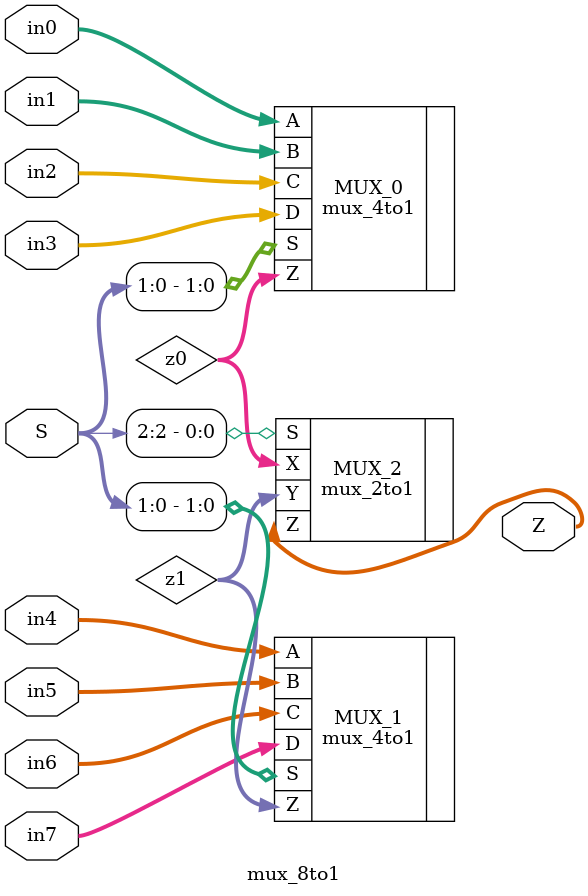
<source format=v>
`timescale 1ns / 1ps
`default_nettype none //helps catch typo-related bugs
module mux_8to1(in0,in1,in2,in3,in4,in5,in6,in7,S,Z);

	//parameter definitions
	parameter N = 8;

	//port definitions - customize for different bit widths
	input  wire [(N - 1):0] in0, in1, in2, in3, in4, in5, in6, in7;
	input  wire [2:0] S;
	output wire [(N - 1):0] Z;

	wire [(N - 1):0] z0,z1;
	
	//first level of 4:1 mux
	mux_4to1 #(.N(N)) MUX_0 (.A(in0), .B(in1), .C(in2), .D(in3), .S(S[1:0]), .Z(z0));
	mux_4to1 #(.N(N)) MUX_1 (.A(in4), .B(in5), .C(in6), .D(in7), .S(S[1:0]), .Z(z1));
	
	//second level
	mux_2to1 #(.N(N)) MUX_2 (.X(z0), .Y(z1), .S(S[2]), .Z(Z));
	
endmodule
`default_nettype wire //some Xilinx IP requires that the default_nettype be set to wire

</source>
